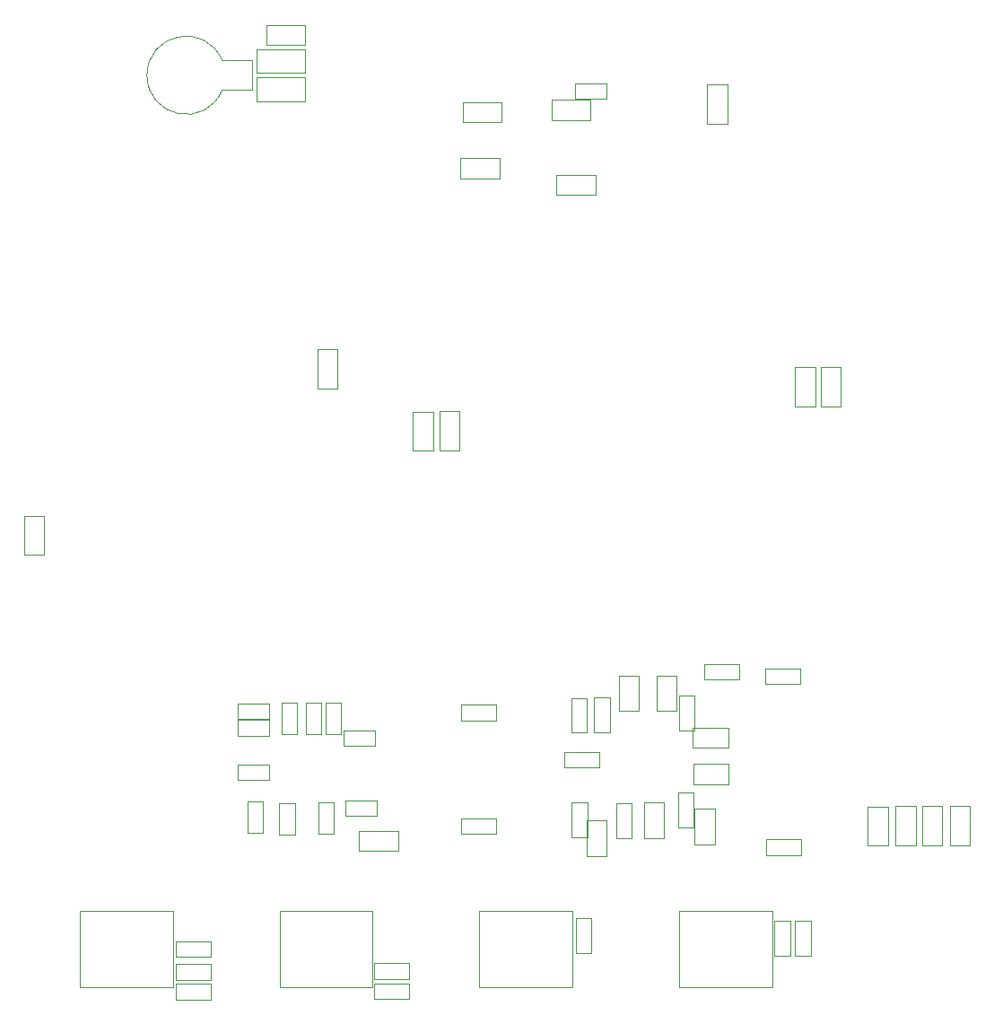
<source format=gbr>
G04 #@! TF.GenerationSoftware,KiCad,Pcbnew,(5.1.2-1)-1*
G04 #@! TF.CreationDate,2020-09-17T21:50:52+01:00*
G04 #@! TF.ProjectId,tranZPUter-SW-700_v1_2,7472616e-5a50-4557-9465-722d53572d37,rev?*
G04 #@! TF.SameCoordinates,Original*
G04 #@! TF.FileFunction,Other,User*
%FSLAX46Y46*%
G04 Gerber Fmt 4.6, Leading zero omitted, Abs format (unit mm)*
G04 Created by KiCad (PCBNEW (5.1.2-1)-1) date 2020-09-17 21:50:52*
%MOMM*%
%LPD*%
G04 APERTURE LIST*
%ADD10C,0.050000*%
G04 APERTURE END LIST*
D10*
X134000000Y-123090000D02*
X130300000Y-123090000D01*
X134000000Y-124990000D02*
X134000000Y-123090000D01*
X130300000Y-124990000D02*
X134000000Y-124990000D01*
X130300000Y-123090000D02*
X130300000Y-124990000D01*
X131570000Y-130590000D02*
X131570000Y-137790000D01*
X131570000Y-137790000D02*
X122770000Y-137790000D01*
X122770000Y-137790000D02*
X122770000Y-130590000D01*
X122770000Y-130590000D02*
X131570000Y-130590000D01*
X180190000Y-124480000D02*
X180190000Y-120780000D01*
X178290000Y-124480000D02*
X180190000Y-124480000D01*
X178290000Y-120780000D02*
X178290000Y-124480000D01*
X180190000Y-120780000D02*
X178290000Y-120780000D01*
X150420000Y-130590000D02*
X150420000Y-137790000D01*
X150420000Y-137790000D02*
X141620000Y-137790000D01*
X141620000Y-137790000D02*
X141620000Y-130590000D01*
X141620000Y-130590000D02*
X150420000Y-130590000D01*
X112760000Y-130600000D02*
X112760000Y-137800000D01*
X112760000Y-137800000D02*
X103960000Y-137800000D01*
X103960000Y-137800000D02*
X103960000Y-130600000D01*
X103960000Y-130600000D02*
X112760000Y-130600000D01*
X116300000Y-133510000D02*
X113000000Y-133510000D01*
X116300000Y-134970000D02*
X116300000Y-133510000D01*
X113000000Y-134970000D02*
X116300000Y-134970000D01*
X113000000Y-133510000D02*
X113000000Y-134970000D01*
X116270000Y-135650000D02*
X112970000Y-135650000D01*
X116270000Y-137110000D02*
X116270000Y-135650000D01*
X112970000Y-137110000D02*
X116270000Y-137110000D01*
X112970000Y-135650000D02*
X112970000Y-137110000D01*
X116260000Y-137510000D02*
X112960000Y-137510000D01*
X116260000Y-138970000D02*
X116260000Y-137510000D01*
X112960000Y-138970000D02*
X116260000Y-138970000D01*
X112960000Y-137510000D02*
X112960000Y-138970000D01*
X120640000Y-54220000D02*
X125200000Y-54220000D01*
X120640000Y-51980000D02*
X120640000Y-54220000D01*
X125200000Y-51980000D02*
X120640000Y-51980000D01*
X125200000Y-54220000D02*
X125200000Y-51980000D01*
X120620000Y-51570000D02*
X125180000Y-51570000D01*
X120620000Y-49330000D02*
X120620000Y-51570000D01*
X125180000Y-49330000D02*
X120620000Y-49330000D01*
X125180000Y-51570000D02*
X125180000Y-49330000D01*
X153650000Y-52580000D02*
X150690000Y-52580000D01*
X153650000Y-54040000D02*
X153650000Y-52580000D01*
X150690000Y-54040000D02*
X153650000Y-54040000D01*
X150690000Y-52580000D02*
X150690000Y-54040000D01*
X139860000Y-61530000D02*
X143560000Y-61530000D01*
X139860000Y-59630000D02*
X139860000Y-61530000D01*
X143560000Y-59630000D02*
X139860000Y-59630000D01*
X143560000Y-61530000D02*
X143560000Y-59630000D01*
X140060000Y-56240000D02*
X143760000Y-56240000D01*
X140060000Y-54340000D02*
X140060000Y-56240000D01*
X143760000Y-54340000D02*
X140060000Y-54340000D01*
X143760000Y-56240000D02*
X143760000Y-54340000D01*
X125210000Y-47020000D02*
X121510000Y-47020000D01*
X125210000Y-48920000D02*
X125210000Y-47020000D01*
X121510000Y-48920000D02*
X125210000Y-48920000D01*
X121510000Y-47020000D02*
X121510000Y-48920000D01*
X152140000Y-54110000D02*
X148440000Y-54110000D01*
X152140000Y-56010000D02*
X152140000Y-54110000D01*
X148440000Y-56010000D02*
X152140000Y-56010000D01*
X148440000Y-54110000D02*
X148440000Y-56010000D01*
X165050000Y-56370000D02*
X165050000Y-52670000D01*
X163150000Y-56370000D02*
X165050000Y-56370000D01*
X163150000Y-52670000D02*
X163150000Y-56370000D01*
X165050000Y-52670000D02*
X163150000Y-52670000D01*
X169250000Y-130590000D02*
X169250000Y-137790000D01*
X169250000Y-137790000D02*
X160450000Y-137790000D01*
X160450000Y-137790000D02*
X160450000Y-130590000D01*
X160450000Y-130590000D02*
X169250000Y-130590000D01*
X182810000Y-124440000D02*
X182810000Y-120740000D01*
X180910000Y-124440000D02*
X182810000Y-124440000D01*
X180910000Y-120740000D02*
X180910000Y-124440000D01*
X182810000Y-120740000D02*
X180910000Y-120740000D01*
X186020000Y-120710000D02*
X186020000Y-124410000D01*
X187920000Y-120710000D02*
X186020000Y-120710000D01*
X187920000Y-124410000D02*
X187920000Y-120710000D01*
X186020000Y-124410000D02*
X187920000Y-124410000D01*
X183430000Y-120730000D02*
X183430000Y-124430000D01*
X185330000Y-120730000D02*
X183430000Y-120730000D01*
X185330000Y-124430000D02*
X185330000Y-120730000D01*
X183430000Y-124430000D02*
X185330000Y-124430000D01*
X126730000Y-113910000D02*
X126730000Y-110950000D01*
X125270000Y-113910000D02*
X126730000Y-113910000D01*
X125270000Y-110950000D02*
X125270000Y-113910000D01*
X126730000Y-110950000D02*
X125270000Y-110950000D01*
X121780000Y-111060000D02*
X118820000Y-111060000D01*
X121780000Y-112520000D02*
X121780000Y-111060000D01*
X118820000Y-112520000D02*
X121780000Y-112520000D01*
X118820000Y-111060000D02*
X118820000Y-112520000D01*
X128560000Y-113920000D02*
X128560000Y-110960000D01*
X127100000Y-113920000D02*
X128560000Y-113920000D01*
X127100000Y-110960000D02*
X127100000Y-113920000D01*
X128560000Y-110960000D02*
X127100000Y-110960000D01*
X128840000Y-115070000D02*
X131800000Y-115070000D01*
X128840000Y-113610000D02*
X128840000Y-115070000D01*
X131800000Y-113610000D02*
X128840000Y-113610000D01*
X131800000Y-115070000D02*
X131800000Y-113610000D01*
X126440000Y-120380000D02*
X126440000Y-123340000D01*
X127900000Y-120380000D02*
X126440000Y-120380000D01*
X127900000Y-123340000D02*
X127900000Y-120380000D01*
X126440000Y-123340000D02*
X127900000Y-123340000D01*
X129000000Y-121680000D02*
X131960000Y-121680000D01*
X129000000Y-120220000D02*
X129000000Y-121680000D01*
X131960000Y-120220000D02*
X129000000Y-120220000D01*
X131960000Y-121680000D02*
X131960000Y-120220000D01*
X121790000Y-116810000D02*
X118830000Y-116810000D01*
X121790000Y-118270000D02*
X121790000Y-116810000D01*
X118830000Y-118270000D02*
X121790000Y-118270000D01*
X118830000Y-116810000D02*
X118830000Y-118270000D01*
X119740000Y-120300000D02*
X119740000Y-123260000D01*
X121200000Y-120300000D02*
X119740000Y-120300000D01*
X121200000Y-123260000D02*
X121200000Y-120300000D01*
X119740000Y-123260000D02*
X121200000Y-123260000D01*
X122760000Y-120430000D02*
X122760000Y-123390000D01*
X124220000Y-120430000D02*
X122760000Y-120430000D01*
X124220000Y-123390000D02*
X124220000Y-120430000D01*
X122760000Y-123390000D02*
X124220000Y-123390000D01*
X121770000Y-112630000D02*
X118810000Y-112630000D01*
X121770000Y-114090000D02*
X121770000Y-112630000D01*
X118810000Y-114090000D02*
X121770000Y-114090000D01*
X118810000Y-112630000D02*
X118810000Y-114090000D01*
X124400000Y-113940000D02*
X124400000Y-110980000D01*
X122940000Y-113940000D02*
X124400000Y-113940000D01*
X122940000Y-110980000D02*
X122940000Y-113940000D01*
X124400000Y-110980000D02*
X122940000Y-110980000D01*
X161770000Y-115240000D02*
X165130000Y-115240000D01*
X161770000Y-113340000D02*
X161770000Y-115240000D01*
X165130000Y-113340000D02*
X161770000Y-113340000D01*
X165130000Y-115240000D02*
X165130000Y-113340000D01*
X160270000Y-111770000D02*
X160270000Y-108410000D01*
X158370000Y-111770000D02*
X160270000Y-111770000D01*
X158370000Y-108410000D02*
X158370000Y-111770000D01*
X160270000Y-108410000D02*
X158370000Y-108410000D01*
X156680000Y-111770000D02*
X156680000Y-108410000D01*
X154780000Y-111770000D02*
X156680000Y-111770000D01*
X154780000Y-108410000D02*
X154780000Y-111770000D01*
X156680000Y-108410000D02*
X154780000Y-108410000D01*
X161930000Y-121010000D02*
X161930000Y-124370000D01*
X163830000Y-121010000D02*
X161930000Y-121010000D01*
X163830000Y-124370000D02*
X163830000Y-121010000D01*
X161930000Y-124370000D02*
X163830000Y-124370000D01*
X166130000Y-107320000D02*
X162830000Y-107320000D01*
X166130000Y-108780000D02*
X166130000Y-107320000D01*
X162830000Y-108780000D02*
X166130000Y-108780000D01*
X162830000Y-107320000D02*
X162830000Y-108780000D01*
X151760000Y-122090000D02*
X151760000Y-125450000D01*
X153660000Y-122090000D02*
X151760000Y-122090000D01*
X153660000Y-125450000D02*
X153660000Y-122090000D01*
X151760000Y-125450000D02*
X153660000Y-125450000D01*
X157140000Y-120400000D02*
X157140000Y-123760000D01*
X159040000Y-120400000D02*
X157140000Y-120400000D01*
X159040000Y-123760000D02*
X159040000Y-120400000D01*
X157140000Y-123760000D02*
X159040000Y-123760000D01*
X161810000Y-118650000D02*
X165170000Y-118650000D01*
X161810000Y-116750000D02*
X161810000Y-118650000D01*
X165170000Y-116750000D02*
X161810000Y-116750000D01*
X165170000Y-118650000D02*
X165170000Y-116750000D01*
X161920000Y-113600000D02*
X161920000Y-110300000D01*
X160460000Y-113600000D02*
X161920000Y-113600000D01*
X160460000Y-110300000D02*
X160460000Y-113600000D01*
X161920000Y-110300000D02*
X160460000Y-110300000D01*
X153940000Y-113780000D02*
X153940000Y-110480000D01*
X152480000Y-113780000D02*
X153940000Y-113780000D01*
X152480000Y-110480000D02*
X152480000Y-113780000D01*
X153940000Y-110480000D02*
X152480000Y-110480000D01*
X154530000Y-120460000D02*
X154530000Y-123760000D01*
X155990000Y-120460000D02*
X154530000Y-120460000D01*
X155990000Y-123760000D02*
X155990000Y-120460000D01*
X154530000Y-123760000D02*
X155990000Y-123760000D01*
X151800000Y-113820000D02*
X151800000Y-110520000D01*
X150340000Y-113820000D02*
X151800000Y-113820000D01*
X150340000Y-110520000D02*
X150340000Y-113820000D01*
X151800000Y-110520000D02*
X150340000Y-110520000D01*
X160390000Y-119450000D02*
X160390000Y-122750000D01*
X161850000Y-119450000D02*
X160390000Y-119450000D01*
X161850000Y-122750000D02*
X161850000Y-119450000D01*
X160390000Y-122750000D02*
X161850000Y-122750000D01*
X150360000Y-120390000D02*
X150360000Y-123690000D01*
X151820000Y-120390000D02*
X150360000Y-120390000D01*
X151820000Y-123690000D02*
X151820000Y-120390000D01*
X150360000Y-123690000D02*
X151820000Y-123690000D01*
X169500000Y-131540000D02*
X169500000Y-134840000D01*
X170960000Y-131540000D02*
X169500000Y-131540000D01*
X170960000Y-134840000D02*
X170960000Y-131540000D01*
X169500000Y-134840000D02*
X170960000Y-134840000D01*
X152910000Y-115650000D02*
X149610000Y-115650000D01*
X152910000Y-117110000D02*
X152910000Y-115650000D01*
X149610000Y-117110000D02*
X152910000Y-117110000D01*
X149610000Y-115650000D02*
X149610000Y-117110000D01*
X171950000Y-107730000D02*
X168650000Y-107730000D01*
X171950000Y-109190000D02*
X171950000Y-107730000D01*
X168650000Y-109190000D02*
X171950000Y-109190000D01*
X168650000Y-107730000D02*
X168650000Y-109190000D01*
X172010000Y-123880000D02*
X168710000Y-123880000D01*
X172010000Y-125340000D02*
X172010000Y-123880000D01*
X168710000Y-125340000D02*
X172010000Y-125340000D01*
X168710000Y-123880000D02*
X168710000Y-125340000D01*
X139870000Y-112650000D02*
X143170000Y-112650000D01*
X139870000Y-111190000D02*
X139870000Y-112650000D01*
X143170000Y-111190000D02*
X139870000Y-111190000D01*
X143170000Y-112650000D02*
X143170000Y-111190000D01*
X139900000Y-123380000D02*
X143200000Y-123380000D01*
X139900000Y-121920000D02*
X139900000Y-123380000D01*
X143200000Y-121920000D02*
X139900000Y-121920000D01*
X143200000Y-123380000D02*
X143200000Y-121920000D01*
X171430000Y-131550000D02*
X171430000Y-134850000D01*
X172890000Y-131550000D02*
X171430000Y-131550000D01*
X172890000Y-134850000D02*
X172890000Y-131550000D01*
X171430000Y-134850000D02*
X172890000Y-134850000D01*
X150740000Y-131320000D02*
X150740000Y-134620000D01*
X152200000Y-131320000D02*
X150740000Y-131320000D01*
X152200000Y-134620000D02*
X152200000Y-131320000D01*
X150740000Y-134620000D02*
X152200000Y-134620000D01*
X134960000Y-137490000D02*
X131660000Y-137490000D01*
X134960000Y-138950000D02*
X134960000Y-137490000D01*
X131660000Y-138950000D02*
X134960000Y-138950000D01*
X131660000Y-137490000D02*
X131660000Y-138950000D01*
X135000000Y-135580000D02*
X131700000Y-135580000D01*
X135000000Y-137040000D02*
X135000000Y-135580000D01*
X131700000Y-137040000D02*
X135000000Y-137040000D01*
X131700000Y-135580000D02*
X131700000Y-137040000D01*
X126330000Y-77620000D02*
X126330000Y-81320000D01*
X128230000Y-77620000D02*
X126330000Y-77620000D01*
X128230000Y-81320000D02*
X128230000Y-77620000D01*
X126330000Y-81320000D02*
X128230000Y-81320000D01*
X139750000Y-87180000D02*
X139750000Y-83480000D01*
X137850000Y-87180000D02*
X139750000Y-87180000D01*
X137850000Y-83480000D02*
X137850000Y-87180000D01*
X139750000Y-83480000D02*
X137850000Y-83480000D01*
X137270000Y-87220000D02*
X137270000Y-83520000D01*
X135370000Y-87220000D02*
X137270000Y-87220000D01*
X135370000Y-83520000D02*
X135370000Y-87220000D01*
X137270000Y-83520000D02*
X135370000Y-83520000D01*
X173850000Y-79330000D02*
X173850000Y-83030000D01*
X175750000Y-79330000D02*
X173850000Y-79330000D01*
X175750000Y-83030000D02*
X175750000Y-79330000D01*
X173850000Y-83030000D02*
X175750000Y-83030000D01*
X117358579Y-53193457D02*
G75*
G02X117360000Y-50390000I-3408579J1403457D01*
G01*
X117360000Y-53190000D02*
X120200000Y-53190000D01*
X120200000Y-53190000D02*
X120200000Y-50390000D01*
X120200000Y-50390000D02*
X117360000Y-50390000D01*
X152590000Y-61190000D02*
X148890000Y-61190000D01*
X152590000Y-63090000D02*
X152590000Y-61190000D01*
X148890000Y-63090000D02*
X152590000Y-63090000D01*
X148890000Y-61190000D02*
X148890000Y-63090000D01*
X171430000Y-79340000D02*
X171430000Y-83040000D01*
X173330000Y-79340000D02*
X171430000Y-79340000D01*
X173330000Y-83040000D02*
X173330000Y-79340000D01*
X171430000Y-83040000D02*
X173330000Y-83040000D01*
X100550000Y-97050000D02*
X100550000Y-93350000D01*
X98650000Y-97050000D02*
X100550000Y-97050000D01*
X98650000Y-93350000D02*
X98650000Y-97050000D01*
X100550000Y-93350000D02*
X98650000Y-93350000D01*
M02*

</source>
